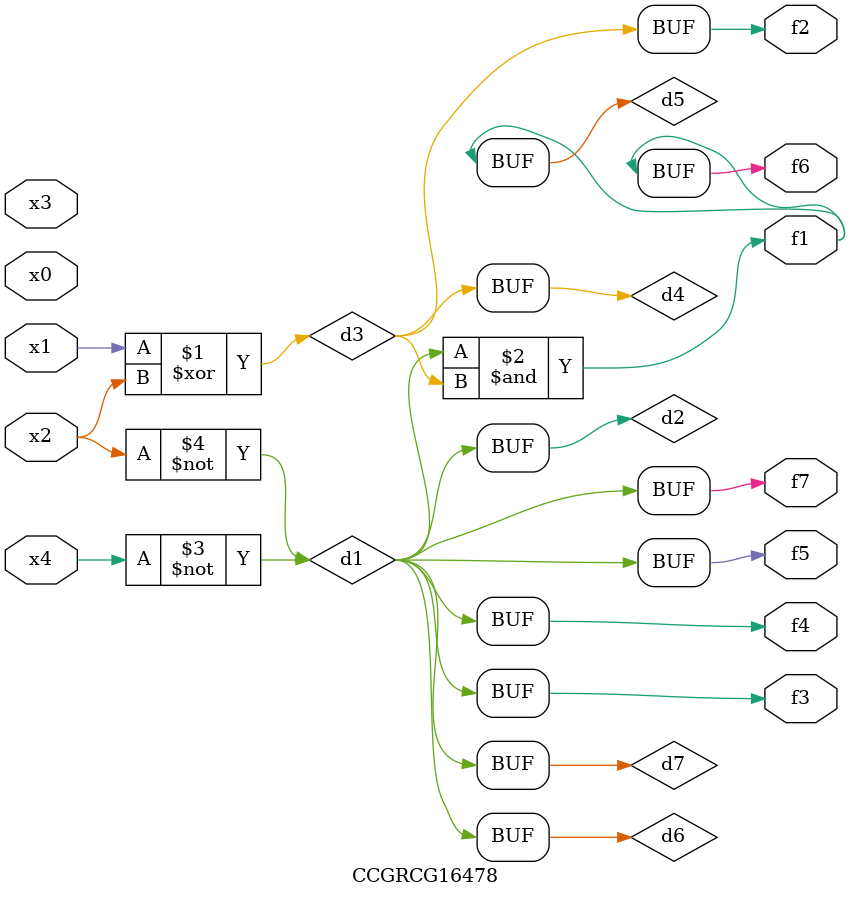
<source format=v>
module CCGRCG16478(
	input x0, x1, x2, x3, x4,
	output f1, f2, f3, f4, f5, f6, f7
);

	wire d1, d2, d3, d4, d5, d6, d7;

	not (d1, x4);
	not (d2, x2);
	xor (d3, x1, x2);
	buf (d4, d3);
	and (d5, d1, d3);
	buf (d6, d1, d2);
	buf (d7, d2);
	assign f1 = d5;
	assign f2 = d4;
	assign f3 = d7;
	assign f4 = d7;
	assign f5 = d7;
	assign f6 = d5;
	assign f7 = d7;
endmodule

</source>
